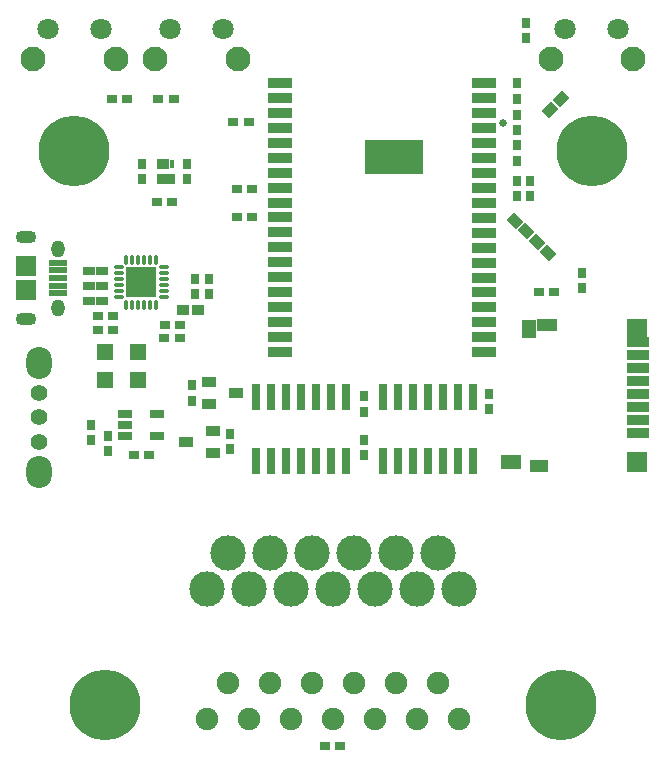
<source format=gbr>
G04 DipTrace 3.3.1.3*
G04 BottomMask.gbr*
%MOMM*%
G04 #@! TF.FileFunction,Soldermask,Bot*
G04 #@! TF.Part,Single*
%AMOUTLINE1*
4,1,4,
-0.70712,0.0707,
-0.0707,0.70712,
0.70712,-0.0707,
0.0707,-0.70712,
-0.70712,0.0707,
0*%
%AMOUTLINE3*
4,1,4,
-0.55,-0.45,
-0.55,0.45,
0.55,0.45,
0.55,-0.45,
-0.55,-0.45,
0*%
%AMOUTLINE5*
4,1,4,
-0.0707,-0.70712,
-0.70712,-0.0707,
0.0707,0.70712,
0.70712,0.0707,
-0.0707,-0.70712,
0*%
%ADD18C,0.63497*%
%ADD21R,0.7X0.9*%
%ADD22R,0.9X0.7*%
%ADD42R,0.3X0.67*%
%ADD46C,1.9*%
%ADD55R,2.0X0.9*%
%ADD56R,5.0X3.0*%
%ADD59O,0.85X0.3*%
%ADD60O,0.3X0.85*%
%ADD71C,6.0*%
%ADD80R,1.3X0.8*%
%ADD82R,0.8X2.2*%
%ADD84R,2.65X2.65*%
%ADD96C,1.4*%
%ADD98O,2.2X2.7*%
%ADD104C,2.1*%
%ADD105C,1.8*%
%ADD106R,1.25X0.85*%
%ADD108R,0.5X0.87*%
%ADD110R,1.2X1.65*%
%ADD112R,1.7X1.0*%
%ADD114R,1.6X1.0*%
%ADD116R,1.75X1.2*%
%ADD118R,1.7X1.5*%
%ADD120R,1.95X0.9*%
%ADD122C,3.0*%
%ADD124R,1.7X1.7*%
%ADD126O,1.75X1.1*%
%ADD128O,1.15X1.45*%
%ADD130R,1.55X0.6*%
%ADD133R,1.4X1.4*%
%ADD134R,1.0X0.8*%
%ADD145OUTLINE1*%
%ADD147OUTLINE3*%
%ADD149OUTLINE5*%
%FSLAX35Y35*%
G04*
G71*
G90*
G75*
G01*
G04 BotMask*
%LPD*%
D21*
X5286257Y6683257D3*
Y6813257D3*
X2111260Y6000633D3*
Y6130633D3*
D145*
X5553253Y5375383D3*
X5461327Y5467310D3*
D21*
X2683593Y5025187D3*
Y5155187D3*
X2567037Y5026780D3*
Y5156780D3*
X3994383Y4163477D3*
Y4033477D3*
D22*
X2307047Y4766387D3*
X2437047D3*
X2304893Y4659380D3*
X2434893D3*
D21*
X5057007Y4182283D3*
Y4052283D3*
X1825507Y3825757D3*
Y3695757D3*
D22*
X2174757Y3667007D3*
X2044757D3*
D134*
X1666757Y5222757D3*
X1776757D3*
X1666757Y5095757D3*
X1776757D3*
X1666757Y4968757D3*
X1776757D3*
D133*
X2083053Y4541903D3*
X1803053D3*
X2083053Y4303780D3*
X1803053D3*
D71*
X5921257Y6238757D3*
X1539757D3*
X5658507Y1548757D3*
X1802507D3*
D46*
X2662507Y1434880D3*
X2840507Y1739880D3*
X3018507Y1434880D3*
X3196507Y1739880D3*
X3374507Y1434880D3*
X3552507Y1739880D3*
X3730507Y1434880D3*
X3908507Y1739880D3*
X4086507Y1434880D3*
X4264507Y1739880D3*
X4442507Y1434880D3*
X4620507Y1739880D3*
X4798507Y1434880D3*
D130*
X1404713Y5033883D3*
Y5098883D3*
Y5163883D3*
Y5228883D3*
Y5293883D3*
D128*
Y4913883D3*
Y5413883D3*
D126*
X1134713Y4813883D3*
Y5513883D3*
D124*
Y5063883D3*
Y5263883D3*
D122*
X4798507Y2530257D3*
X4620507Y2835257D3*
X4442507Y2530257D3*
X4264507Y2835257D3*
X4086507Y2530257D3*
X3908507Y2835257D3*
X3730507Y2530257D3*
X3552507Y2835257D3*
X3374507Y2530257D3*
X3196507Y2835257D3*
X3018507Y2530257D3*
X2840507Y2835257D3*
X2662507Y2530257D3*
D120*
X6318133Y4619507D3*
Y4509407D3*
Y4399507D3*
X6318167Y4289440D3*
Y4179440D3*
Y4069473D3*
Y3959440D3*
X6318133Y3849507D3*
D118*
X6306133Y4739407D3*
D124*
Y3604407D3*
D116*
X5237667Y3610440D3*
D114*
X5480667Y3569473D3*
D112*
X5545733Y4764407D3*
D110*
X5395733Y4732507D3*
D108*
X2270006Y6127633D3*
X2320006D3*
D42*
X2370006D3*
D108*
Y6002633D3*
X2320006D3*
X2270006D3*
D106*
X2682757Y4095630D3*
Y4285630D3*
X2912757Y4190630D3*
X2714507Y3873380D3*
Y3683380D3*
X2484507Y3778380D3*
D22*
X2888703Y6485123D3*
X3018703D3*
D21*
X5287373Y6418307D3*
Y6548307D3*
X5370077Y7193910D3*
Y7323910D3*
X5286253Y5857757D3*
Y5987757D3*
D22*
X2368547Y5804617D3*
X2238547D3*
D21*
X2492257Y6000633D3*
Y6130633D3*
X5397383Y5858703D3*
Y5988703D3*
D145*
X5367277Y5559123D3*
X5275350Y5651050D3*
D22*
X1873630Y4841610D3*
X1743630D3*
D147*
X2461413Y4892027D3*
X2591413D3*
D22*
X1873630Y4721770D3*
X1743630D3*
D21*
X5286253Y6157880D3*
Y6287880D3*
D22*
X1857257Y6683257D3*
X1987257D3*
X2254133D3*
X2384133D3*
D149*
X5665487Y6680743D3*
X5573560Y6588817D3*
D21*
X3994260Y3664937D3*
Y3794937D3*
D22*
X3047880Y5921257D3*
X2917880D3*
D21*
X5841883Y5079880D3*
Y5209880D3*
D22*
X3047880Y5683133D3*
X2917880D3*
D21*
X2539880Y4127380D3*
Y4257380D3*
X2857380Y3714633D3*
Y3844633D3*
X1682630Y3921007D3*
Y3791007D3*
D22*
X5476757Y5048130D3*
X5606757D3*
X3662613Y1205997D3*
X3792613D3*
D105*
X2349380Y7270630D3*
X2799380D3*
D104*
X2224380Y7020630D3*
X2924380D3*
D105*
X5699007Y7272047D3*
X6149007D3*
D104*
X5574007Y7022047D3*
X6274007D3*
D105*
X1317507Y7270657D3*
X1767507D3*
D104*
X1192507Y7020657D3*
X1892507D3*
D98*
X1242710Y4444687D3*
D96*
Y4190663D3*
Y3984313D3*
Y3777937D3*
D98*
Y3523913D3*
D55*
X5008923Y6819107D3*
X5009923Y6692107D3*
Y6565107D3*
Y6438107D3*
Y6311107D3*
Y6184107D3*
Y6057107D3*
Y5930107D3*
Y5803107D3*
Y5676107D3*
Y5549107D3*
Y5422107D3*
Y5295107D3*
Y5168107D3*
X3287717Y5169073D3*
Y5296073D3*
Y5423073D3*
Y5550070D3*
Y5677073D3*
Y4534073D3*
Y4661073D3*
Y4788073D3*
Y4915073D3*
Y5042073D3*
X3287723Y5803207D3*
Y5930207D3*
Y6057207D3*
Y6184207D3*
Y6311207D3*
Y6438207D3*
Y6565207D3*
Y6692207D3*
Y6819207D3*
D56*
X4246923Y6188907D3*
D55*
X5009913Y5041970D3*
Y4914970D3*
Y4787970D3*
Y4660970D3*
Y4533970D3*
D59*
X2298209Y5254507D3*
Y5204507D3*
Y5154507D3*
Y5104507D3*
Y5054507D3*
Y5004507D3*
D60*
X2233209Y4939507D3*
X2183209D3*
X2133209D3*
X2083209D3*
X2033209D3*
X1983209D3*
D59*
X1918209Y5004507D3*
Y5054507D3*
Y5104507D3*
Y5154507D3*
Y5204507D3*
Y5254507D3*
D60*
X1983209Y5319507D3*
X2033209D3*
X2083209D3*
X2133209D3*
X2183209D3*
X2233209D3*
D84*
X2108209Y5129507D3*
D82*
X3841630Y3619380D3*
X3714630D3*
X3587630D3*
X3460630D3*
X3333630D3*
X3206630D3*
X3079630D3*
Y4159380D3*
X3206630D3*
X3333630D3*
X3460630D3*
X3587630D3*
X3714630D3*
X3841630D3*
X4921130Y3619380D3*
X4794130D3*
X4667130D3*
X4540130D3*
X4413130D3*
X4286130D3*
X4159130D3*
Y4159380D3*
X4286130D3*
X4413130D3*
X4540130D3*
X4667130D3*
X4794130D3*
X4921130D3*
D80*
X1968380Y3825757D3*
Y3920757D3*
Y4015757D3*
X2238380D3*
Y3825757D3*
D18*
X5175132Y6476882D3*
M02*

</source>
